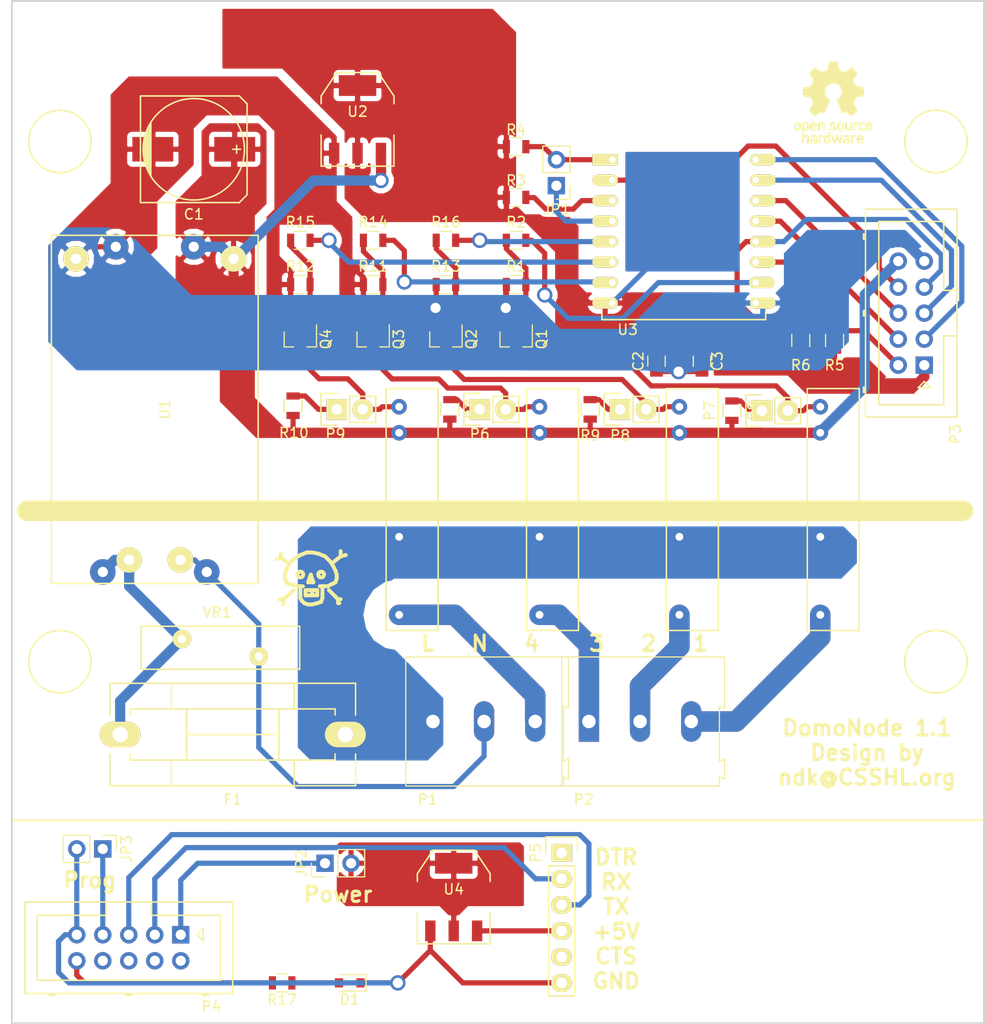
<source format=kicad_pcb>
(kicad_pcb (version 4) (host pcbnew 4.0.5+dfsg1-4)
  (layers (0 F.Cu signal) (31 B.Cu signal) (34 B.Paste user) (35 F.Paste user) (36 B.SilkS user) (37 F.SilkS user) (38 B.Mask user) (39 F.Mask user) (44 Edge.Cuts user))
  (net 0 "")
  (net 1 +5V)
  (net 2 GND)
  (net 3 +3V3)
  (net 4 "Net-(F1-Pad2)")
  (net 5 "Net-(Q1-Pad1)")
  (net 6 "Net-(R3-Pad2)")
  (net 7 RL3P)
  (net 8 RL2P)
  (net 9 RL1P)
  (net 10 RL4P)
  (net 11 "Net-(Q2-Pad1)")
  (net 12 "Net-(Q3-Pad1)")
  (net 13 "Net-(Q4-Pad1)")
  (net 14 /TXD)
  (net 15 /RXD)
  (net 16 /SDA)
  (net 17 /SCL)
  (net 18 /DBG)
  (net 19 /ADC)
  (net 20 /RL1)
  (net 21 /RL3)
  (net 22 /RL2)
  (net 23 /RL4)
  (net 24 /PROG)
  (net 25 /L)
  (net 26 /N)
  (net 27 "Net-(P7-Pad2)")
  (net 28 "Net-(P8-Pad2)")
  (net 29 "Net-(P6-Pad2)")
  (net 30 "Net-(P9-Pad2)")
  (net 31 "Net-(JP1-Pad2)")
  (net 32 "Net-(P6-Pad1)")
  (net 33 "Net-(P7-Pad1)")
  (net 34 "Net-(P8-Pad1)")
  (net 35 "Net-(P9-Pad1)")
  (net 36 "Net-(JP1-Pad1)")
  (net 37 /P_GND)
  (net 38 "Net-(D1-Pad2)")
  (net 39 /P_TXD)
  (net 40 /P_RXD)
  (net 41 /P_PROG)
  (net 42 "Net-(P4-Pad10)")
  (net 43 "Net-(P5-Pad4)")
  (net 44 "Net-(JP2-Pad1)")
  (net 45 "Net-(JP2-Pad2)")
  (module Capacitors_SMD:c_elec_10x10 (layer F.Cu) (at 33.02 34.29)
    (fp_text reference C1 (at 0 6.35) (layer F.SilkS))
    (fp_text value C hide)
    (pad 1 smd rect (at 4.0005 0) (size 4.0005 2.4003) (layers F.Cu F.Paste F.Mask) (net 1 +5V))
    (pad 2 smd rect (at -4.0005 0) (size 4.0005 2.4003) (layers F.Cu F.Paste F.Mask) (net 2 GND))
  )
  (module Connectors_Multicomp:Multicomp_MC9A12-1034_2x05x2.54mm_Straight (layer F.Cu) (at 104.394 55.372 90)
    (fp_text reference P3 (at -6.731 3.048 90) (layer F.SilkS))
    (fp_text value CONN_2x5 hide)
    (pad 1 thru_hole rect (at 0 0 90) (size 1.7 1.7) (drill 1) (layers *.Cu *.Mask) (net 3 +3V3))
    (pad 2 thru_hole circle (at 0 -2.54 90) (size 1.7 1.7) (drill 1) (layers *.Cu *.Mask) (net 18 /DBG))
    (pad 3 thru_hole circle (at 2.54 0 90) (size 1.7 1.7) (drill 1) (layers *.Cu *.Mask) (net 14 /TXD))
    (pad 4 thru_hole circle (at 2.54 -2.54 90) (size 1.7 1.7) (drill 1) (layers *.Cu *.Mask) (net 17 /SCL))
    (pad 5 thru_hole circle (at 5.08 0 90) (size 1.7 1.7) (drill 1) (layers *.Cu *.Mask) (net 15 /RXD))
    (pad 6 thru_hole circle (at 5.08 -2.54 90) (size 1.7 1.7) (drill 1) (layers *.Cu *.Mask) (net 16 /SDA))
    (pad 7 thru_hole circle (at 7.62 0 90) (size 1.7 1.7) (drill 1) (layers *.Cu *.Mask) (net 24 /PROG))
    (pad 8 thru_hole circle (at 7.62 -2.54 90) (size 1.7 1.7) (drill 1) (layers *.Cu *.Mask) (net 19 /ADC))
    (pad 9 thru_hole circle (at 10.16 0 90) (size 1.7 1.7) (drill 1) (layers *.Cu *.Mask) (net 2 GND))
    (pad 10 thru_hole circle (at 10.16 -2.54 90) (size 1.7 1.7) (drill 1) (layers *.Cu *.Mask) (net 1 +5V))
  )
  (module Fuse_Holders_and_Fuses:Fuseholder5x20_horiz_SemiClosed_Casing10x25mm (layer F.Cu) (at 36.83 91.44 180)
    (fp_text reference F1 (at 0 -6.35 180) (layer F.SilkS))
    (fp_text value FUSE hide)
    (pad 2 thru_hole oval (at 11.00074 0 90) (size 2.49936 4.0005) (drill 1.50114) (layers *.Cu *.Mask F.SilkS) (net 4 "Net-(F1-Pad2)"))
    (pad 1 thru_hole oval (at -11.00074 0 90) (size 2.49936 4.0005) (drill 1.50114) (layers *.Cu *.Mask F.SilkS) (net 25 /L))
  )
  (module Varistors:RV_Disc_D15.5_W4.2_P7.5 (layer F.Cu) (at 39.37 83.82 180)
    (fp_text reference VR1 (at 4.064 4.318 180) (layer F.SilkS))
    (fp_text value VR hide)
    (pad 1 thru_hole circle (at 0 0 180) (size 1.8 1.8) (drill 0.8) (layers *.Cu *.Mask F.SilkS) (net 26 /N))
    (pad 2 thru_hole circle (at 7.5 1.7 180) (size 1.8 1.8) (drill 0.8) (layers *.Cu *.Mask F.SilkS) (net 4 "Net-(F1-Pad2)"))
  )
  (module TO_SOT_Packages_SMD:SOT-23 (layer F.Cu) (at 64.516 52.832 270)
    (fp_text reference Q1 (at 0 -2.5 270) (layer F.SilkS))
    (fp_text value 2n7002 hide)
    (pad 1 smd rect (at -1 -0.95 270) (size 0.9 0.8) (layers F.Cu F.Paste F.Mask) (net 5 "Net-(Q1-Pad1)"))
    (pad 2 smd rect (at -1 0.95 270) (size 0.9 0.8) (layers F.Cu F.Paste F.Mask) (net 2 GND))
    (pad 3 smd rect (at 1 0 270) (size 0.9 0.8) (layers F.Cu F.Paste F.Mask) (net 27 "Net-(P7-Pad2)"))
  )
  (module TO_SOT_Packages_SMD:SOT-23 (layer F.Cu) (at 57.658 52.832 270)
    (fp_text reference Q2 (at 0 -2.5 270) (layer F.SilkS))
    (fp_text value 2n7002 hide)
    (pad 1 smd rect (at -1 -0.95 270) (size 0.9 0.8) (layers F.Cu F.Paste F.Mask) (net 11 "Net-(Q2-Pad1)"))
    (pad 2 smd rect (at -1 0.95 270) (size 0.9 0.8) (layers F.Cu F.Paste F.Mask) (net 2 GND))
    (pad 3 smd rect (at 1 0 270) (size 0.9 0.8) (layers F.Cu F.Paste F.Mask) (net 28 "Net-(P8-Pad2)"))
  )
  (module TO_SOT_Packages_SMD:SOT-23 (layer F.Cu) (at 50.546 52.832 270)
    (fp_text reference Q3 (at 0 -2.5 270) (layer F.SilkS))
    (fp_text value 2n7002 hide)
    (pad 1 smd rect (at -1 -0.95 270) (size 0.9 0.8) (layers F.Cu F.Paste F.Mask) (net 12 "Net-(Q3-Pad1)"))
    (pad 2 smd rect (at -1 0.95 270) (size 0.9 0.8) (layers F.Cu F.Paste F.Mask) (net 2 GND))
    (pad 3 smd rect (at 1 0 270) (size 0.9 0.8) (layers F.Cu F.Paste F.Mask) (net 29 "Net-(P6-Pad2)"))
  )
  (module TO_SOT_Packages_SMD:SOT-23 (layer F.Cu) (at 43.434 52.832 270)
    (fp_text reference Q4 (at 0 -2.5 270) (layer F.SilkS))
    (fp_text value 2n7002 hide)
    (pad 1 smd rect (at -1 -0.95 270) (size 0.9 0.8) (layers F.Cu F.Paste F.Mask) (net 13 "Net-(Q4-Pad1)"))
    (pad 2 smd rect (at -1 0.95 270) (size 0.9 0.8) (layers F.Cu F.Paste F.Mask) (net 2 GND))
    (pad 3 smd rect (at 1 0 270) (size 0.9 0.8) (layers F.Cu F.Paste F.Mask) (net 30 "Net-(P9-Pad2)"))
  )
  (module Symbols:OSHW-Logo_7.5x8mm_SilkScreen (layer F.Cu) (at 95.504 29.718)
    (fp_text reference REF*** hide)
    (fp_text value OSHW-Logo_7.5x8mm_SilkScreen hide)
  )
  (module KiCad:Symbol_Danger_F.SilkS_Small (layer F.Cu) (at 44.45 76.2)
    (fp_text reference REF** hide)
    (fp_text value Symbol_Danger_CopperTop_Small hide)
  )
  (module Capacitors_SMD:C_0805 (layer F.Cu) (at 78.232 54.991 270)
    (fp_text reference C2 (at 0 1.778 270) (layer F.SilkS))
    (fp_text value 10u hide)
    (pad 1 smd rect (at -1 0 270) (size 1 1.25) (layers F.Cu F.Paste F.Mask) (net 3 +3V3))
    (pad 2 smd rect (at 1 0 270) (size 1 1.25) (layers F.Cu F.Paste F.Mask) (net 2 GND))
  )
  (module Capacitors_SMD:C_0805 (layer F.Cu) (at 82.677 54.991 270)
    (fp_text reference C3 (at 0 -1.5 270) (layer F.SilkS))
    (fp_text value 100n hide)
    (pad 1 smd rect (at -1 0 270) (size 1 1.25) (layers F.Cu F.Paste F.Mask) (net 3 +3V3))
    (pad 2 smd rect (at 1 0 270) (size 1 1.25) (layers F.Cu F.Paste F.Mask) (net 2 GND))
  )
  (module Resistors_SMD:R_0805 (layer F.Cu) (at 64.516 47.498 180)
    (fp_text reference R1 (at 0 1.778 180) (layer F.SilkS))
    (fp_text value 10k hide)
    (pad 1 smd rect (at -0.95 0 180) (size 0.7 1.3) (layers F.Cu F.Paste F.Mask) (net 5 "Net-(Q1-Pad1)"))
    (pad 2 smd rect (at 0.95 0 180) (size 0.7 1.3) (layers F.Cu F.Paste F.Mask) (net 2 GND))
  )
  (module Resistors_SMD:R_0805 (layer F.Cu) (at 64.516 43.18 180)
    (fp_text reference R2 (at 0 1.778 180) (layer F.SilkS))
    (fp_text value 1k hide)
    (pad 1 smd rect (at -0.95 0 180) (size 0.7 1.3) (layers F.Cu F.Paste F.Mask) (net 20 /RL1))
    (pad 2 smd rect (at 0.95 0 180) (size 0.7 1.3) (layers F.Cu F.Paste F.Mask) (net 5 "Net-(Q1-Pad1)"))
  )
  (module Resistors_SMD:R_0805 (layer F.Cu) (at 64.516 38.989)
    (fp_text reference R3 (at 0 -1.65) (layer F.SilkS))
    (fp_text value 10k hide)
    (pad 1 smd rect (at -0.95 0) (size 0.7 1.3) (layers F.Cu F.Paste F.Mask) (net 3 +3V3))
    (pad 2 smd rect (at 0.95 0) (size 0.7 1.3) (layers F.Cu F.Paste F.Mask) (net 6 "Net-(R3-Pad2)"))
  )
  (module Resistors_SMD:R_0805 (layer F.Cu) (at 64.516 34.036)
    (fp_text reference R4 (at 0 -1.65) (layer F.SilkS))
    (fp_text value 10k hide)
    (pad 1 smd rect (at -0.95 0) (size 0.7 1.3) (layers F.Cu F.Paste F.Mask) (net 3 +3V3))
    (pad 2 smd rect (at 0.95 0) (size 0.7 1.3) (layers F.Cu F.Paste F.Mask) (net 31 "Net-(JP1-Pad2)"))
  )
  (module Resistors_SMD:R_0805 (layer F.Cu) (at 95.631 52.959 90)
    (fp_text reference R5 (at -2.413 0 180) (layer F.SilkS))
    (fp_text value 10k hide)
    (pad 1 smd rect (at -0.95 0 90) (size 0.7 1.3) (layers F.Cu F.Paste F.Mask) (net 3 +3V3))
    (pad 2 smd rect (at 0.95 0 90) (size 0.7 1.3) (layers F.Cu F.Paste F.Mask) (net 18 /DBG))
  )
  (module Resistors_SMD:R_0805 (layer F.Cu) (at 92.329 52.959 90)
    (fp_text reference R6 (at -2.413 0 180) (layer F.SilkS))
    (fp_text value 10k hide)
    (pad 1 smd rect (at -0.95 0 90) (size 0.7 1.3) (layers F.Cu F.Paste F.Mask) (net 3 +3V3))
    (pad 2 smd rect (at 0.95 0 90) (size 0.7 1.3) (layers F.Cu F.Paste F.Mask) (net 24 /PROG))
  )
  (module Resistors_SMD:R_0805 (layer F.Cu) (at 50.546 47.498 180)
    (fp_text reference R11 (at 0 1.778 180) (layer F.SilkS))
    (fp_text value 10k hide)
    (pad 1 smd rect (at -0.95 0 180) (size 0.7 1.3) (layers F.Cu F.Paste F.Mask) (net 12 "Net-(Q3-Pad1)"))
    (pad 2 smd rect (at 0.95 0 180) (size 0.7 1.3) (layers F.Cu F.Paste F.Mask) (net 2 GND))
  )
  (module Resistors_SMD:R_0805 (layer F.Cu) (at 57.658 47.498 180)
    (fp_text reference R13 (at 0 1.778 180) (layer F.SilkS))
    (fp_text value 10k hide)
    (pad 1 smd rect (at -0.95 0 180) (size 0.7 1.3) (layers F.Cu F.Paste F.Mask) (net 11 "Net-(Q2-Pad1)"))
    (pad 2 smd rect (at 0.95 0 180) (size 0.7 1.3) (layers F.Cu F.Paste F.Mask) (net 2 GND))
  )
  (module Resistors_SMD:R_0805 (layer F.Cu) (at 50.546 43.18 180)
    (fp_text reference R14 (at 0 1.778 180) (layer F.SilkS))
    (fp_text value 1k hide)
    (pad 1 smd rect (at -0.95 0 180) (size 0.7 1.3) (layers F.Cu F.Paste F.Mask) (net 21 /RL3))
    (pad 2 smd rect (at 0.95 0 180) (size 0.7 1.3) (layers F.Cu F.Paste F.Mask) (net 12 "Net-(Q3-Pad1)"))
  )
  (module Resistors_SMD:R_0805 (layer F.Cu) (at 57.658 43.18 180)
    (fp_text reference R16 (at 0 1.778 180) (layer F.SilkS))
    (fp_text value 1k hide)
    (pad 1 smd rect (at -0.95 0 180) (size 0.7 1.3) (layers F.Cu F.Paste F.Mask) (net 22 /RL2))
    (pad 2 smd rect (at 0.95 0 180) (size 0.7 1.3) (layers F.Cu F.Paste F.Mask) (net 11 "Net-(Q2-Pad1)"))
  )
  (module Resistors_SMD:R_0805 (layer F.Cu) (at 43.434 47.498 180)
    (fp_text reference R12 (at 0 1.778 180) (layer F.SilkS))
    (fp_text value 10k hide)
    (pad 1 smd rect (at -0.95 0 180) (size 0.7 1.3) (layers F.Cu F.Paste F.Mask) (net 13 "Net-(Q4-Pad1)"))
    (pad 2 smd rect (at 0.95 0 180) (size 0.7 1.3) (layers F.Cu F.Paste F.Mask) (net 2 GND))
  )
  (module Resistors_SMD:R_0805 (layer F.Cu) (at 43.434 43.18 180)
    (fp_text reference R15 (at 0 1.778 180) (layer F.SilkS))
    (fp_text value 1k hide)
    (pad 1 smd rect (at -0.95 0 180) (size 0.7 1.3) (layers F.Cu F.Paste F.Mask) (net 23 /RL4))
    (pad 2 smd rect (at 0.95 0 180) (size 0.7 1.3) (layers F.Cu F.Paste F.Mask) (net 13 "Net-(Q4-Pad1)"))
  )
  (module TO_SOT_Packages_SMD:SOT-223 (layer F.Cu) (at 49.022 31.369)
    (fp_text reference U2 (at 0 -0.762) (layer F.SilkS))
    (fp_text value AMS1117-3.3 hide)
    (pad 4 smd rect (at 0 -3.302) (size 3.6576 2.032) (layers F.Cu F.Paste F.Mask) (net 3 +3V3))
    (pad 2 smd rect (at 0 3.302) (size 1.016 2.032) (layers F.Cu F.Paste F.Mask) (net 3 +3V3))
    (pad 3 smd rect (at 2.286 3.302) (size 1.016 2.032) (layers F.Cu F.Paste F.Mask) (net 1 +5V))
    (pad 1 smd rect (at -2.286 3.302) (size 1.016 2.032) (layers F.Cu F.Paste F.Mask) (net 2 GND))
  )
  (module ESP8266:ESP-12 (layer F.Cu) (at 73.914 35.306)
    (fp_text reference U3 (at 1.5 16.6) (layer F.SilkS))
    (fp_text value ESP-12 hide)
    (pad 1 thru_hole rect (at 0 0) (size 2.5 1.1) (drill 0.65 (offset -0.7 0)) (layers *.Cu *.Mask F.SilkS) (net 31 "Net-(JP1-Pad2)"))
    (pad 2 thru_hole oval (at 0 2) (size 2.5 1.1) (drill 0.65 (offset -0.7 0)) (layers *.Cu *.Mask F.SilkS) (net 19 /ADC))
    (pad 3 thru_hole oval (at 0 4) (size 2.5 1.1) (drill 0.65 (offset -0.7 0)) (layers *.Cu *.Mask F.SilkS) (net 6 "Net-(R3-Pad2)"))
    (pad 4 thru_hole oval (at 0 6) (size 2.5 1.1) (drill 0.65 (offset -0.7 0)) (layers *.Cu *.Mask F.SilkS) (net 36 "Net-(JP1-Pad1)"))
    (pad 5 thru_hole oval (at 0 8) (size 2.5 1.1) (drill 0.65 (offset -0.7 0)) (layers *.Cu *.Mask F.SilkS) (net 22 /RL2))
    (pad 6 thru_hole oval (at 0 10) (size 2.5 1.1) (drill 0.65 (offset -0.7 0)) (layers *.Cu *.Mask F.SilkS) (net 23 /RL4))
    (pad 7 thru_hole oval (at 0 12) (size 2.5 1.1) (drill 0.65 (offset -0.7 0)) (layers *.Cu *.Mask F.SilkS) (net 21 /RL3))
    (pad 8 thru_hole oval (at 0 14) (size 2.5 1.1) (drill 0.65 (offset -0.7 0)) (layers *.Cu *.Mask F.SilkS) (net 3 +3V3))
    (pad 9 thru_hole oval (at 14 14) (size 2.5 1.1) (drill 0.65 (offset 0.7 0)) (layers *.Cu *.Mask F.SilkS) (net 2 GND))
    (pad 10 thru_hole oval (at 14 12) (size 2.5 1.1) (drill 0.65 (offset 0.6 0)) (layers *.Cu *.Mask F.SilkS) (net 20 /RL1))
    (pad 11 thru_hole oval (at 14 10) (size 2.5 1.1) (drill 0.65 (offset 0.7 0)) (layers *.Cu *.Mask F.SilkS) (net 18 /DBG))
    (pad 12 thru_hole oval (at 14 8) (size 2.5 1.1) (drill 0.65 (offset 0.7 0)) (layers *.Cu *.Mask F.SilkS) (net 24 /PROG))
    (pad 13 thru_hole oval (at 14 6) (size 2.5 1.1) (drill 0.65 (offset 0.7 0)) (layers *.Cu *.Mask F.SilkS) (net 17 /SCL))
    (pad 14 thru_hole oval (at 14 4) (size 2.5 1.1) (drill 0.65 (offset 0.7 0)) (layers *.Cu *.Mask F.SilkS) (net 16 /SDA))
    (pad 15 thru_hole oval (at 14 2) (size 2.5 1.1) (drill 0.65 (offset 0.7 0)) (layers *.Cu *.Mask F.SilkS) (net 15 /RXD))
    (pad 16 thru_hole oval (at 14 0) (size 2.5 1.1) (drill 0.65 (offset 0.7 0)) (layers *.Cu *.Mask F.SilkS) (net 14 /TXD))
  )
  (module Connectors_Multicomp:Multicomp_MC9A12-1034_2x05x2.54mm_Straight (layer F.Cu) (at 31.75 110.998 180)
    (fp_text reference P4 (at -3 -7 180) (layer F.SilkS))
    (fp_text value CONN_2x5 hide)
    (pad 1 thru_hole rect (at 0 0 180) (size 1.7 1.7) (drill 1) (layers *.Cu *.Mask) (net 44 "Net-(JP2-Pad1)"))
    (pad 2 thru_hole circle (at 0 -2.54 180) (size 1.7 1.7) (drill 1) (layers *.Cu *.Mask))
    (pad 3 thru_hole circle (at 2.54 0 180) (size 1.7 1.7) (drill 1) (layers *.Cu *.Mask) (net 39 /P_TXD))
    (pad 4 thru_hole circle (at 2.54 -2.54 180) (size 1.7 1.7) (drill 1) (layers *.Cu *.Mask))
    (pad 5 thru_hole circle (at 5.08 0 180) (size 1.7 1.7) (drill 1) (layers *.Cu *.Mask) (net 40 /P_RXD))
    (pad 6 thru_hole circle (at 5.08 -2.54 180) (size 1.7 1.7) (drill 1) (layers *.Cu *.Mask))
    (pad 7 thru_hole circle (at 7.62 0 180) (size 1.7 1.7) (drill 1) (layers *.Cu *.Mask) (net 41 /P_PROG))
    (pad 8 thru_hole circle (at 7.62 -2.54 180) (size 1.7 1.7) (drill 1) (layers *.Cu *.Mask))
    (pad 9 thru_hole circle (at 10.16 0 180) (size 1.7 1.7) (drill 1) (layers *.Cu *.Mask) (net 37 /P_GND))
    (pad 10 thru_hole circle (at 10.16 -2.54 180) (size 1.7 1.7) (drill 1) (layers *.Cu *.Mask) (net 42 "Net-(P4-Pad10)"))
  )
  (module Resistors_SMD:R_0805 (layer F.Cu) (at 58.039 59.69 270)
    (fp_text reference R7 (at 0 -2.1 270) (layer F.SilkS))
    (fp_text value 1k hide)
    (pad 1 smd rect (at -0.95 0 270) (size 0.7 1.3) (layers F.Cu F.Paste F.Mask) (net 32 "Net-(P6-Pad1)"))
    (pad 2 smd rect (at 0.95 0 270) (size 0.7 1.3) (layers F.Cu F.Paste F.Mask) (net 1 +5V))
  )
  (module Resistors_SMD:R_0805 (layer F.Cu) (at 85.598 59.817 270)
    (fp_text reference R8 (at 0 -2.1 270) (layer F.SilkS))
    (fp_text value 1k hide)
    (pad 1 smd rect (at -0.95 0 270) (size 0.7 1.3) (layers F.Cu F.Paste F.Mask) (net 33 "Net-(P7-Pad1)"))
    (pad 2 smd rect (at 0.95 0 270) (size 0.7 1.3) (layers F.Cu F.Paste F.Mask) (net 1 +5V))
  )
  (module Resistors_SMD:R_0805 (layer F.Cu) (at 71.755 59.69 270)
    (fp_text reference R9 (at 2.54 0 360) (layer F.SilkS))
    (fp_text value 1k hide)
    (pad 1 smd rect (at -0.95 0 270) (size 0.7 1.3) (layers F.Cu F.Paste F.Mask) (net 34 "Net-(P8-Pad1)"))
    (pad 2 smd rect (at 0.95 0 270) (size 0.7 1.3) (layers F.Cu F.Paste F.Mask) (net 1 +5V))
  )
  (module Resistors_SMD:R_0805 (layer F.Cu) (at 42.7228 59.3344 270)
    (fp_text reference R10 (at 2.6416 -0.0762 360) (layer F.SilkS))
    (fp_text value 1k hide)
    (pad 1 smd rect (at -0.95 0 270) (size 0.7 1.3) (layers F.Cu F.Paste F.Mask) (net 35 "Net-(P9-Pad1)"))
    (pad 2 smd rect (at 0.95 0 270) (size 0.7 1.3) (layers F.Cu F.Paste F.Mask) (net 1 +5V))
  )
  (module My_Libraries:G3MB (layer F.Cu) (at 94.234 59.436 270)
    (fp_text reference RL1 hide)
    (fp_text value Omron_G3MB-202 hide)
    (pad 4 thru_hole circle (at 0 0 270) (size 1.524 1.524) (drill 0.762) (layers *.Cu *.Mask) (net 27 "Net-(P7-Pad2)"))
    (pad 3 thru_hole circle (at 2.54 0 270) (size 1.524 1.524) (drill 0.762) (layers *.Cu *.Mask) (net 1 +5V))
    (pad 2 thru_hole circle (at 12.7 0 270) (size 1.524 1.524) (drill 0.762) (layers *.Cu *.Mask) (net 25 /L))
    (pad 1 thru_hole circle (at 20.32 0 270) (size 1.524 1.524) (drill 0.762) (layers *.Cu *.Mask) (net 9 RL1P))
  )
  (module My_Libraries:G3MB (layer F.Cu) (at 80.4672 59.436 270)
    (fp_text reference RL2 hide)
    (fp_text value Omron_G3MB-202 hide)
    (pad 4 thru_hole circle (at 0 0 270) (size 1.524 1.524) (drill 0.762) (layers *.Cu *.Mask) (net 28 "Net-(P8-Pad2)"))
    (pad 3 thru_hole circle (at 2.54 0 270) (size 1.524 1.524) (drill 0.762) (layers *.Cu *.Mask) (net 1 +5V))
    (pad 2 thru_hole circle (at 12.7 0 270) (size 1.524 1.524) (drill 0.762) (layers *.Cu *.Mask) (net 25 /L))
    (pad 1 thru_hole circle (at 20.32 0 270) (size 1.524 1.524) (drill 0.762) (layers *.Cu *.Mask) (net 8 RL2P))
  )
  (module My_Libraries:G3MB (layer F.Cu) (at 66.802 59.436 270)
    (fp_text reference RL3 hide)
    (fp_text value Omron_G3MB-202 hide)
    (pad 4 thru_hole circle (at 0 0 270) (size 1.524 1.524) (drill 0.762) (layers *.Cu *.Mask) (net 29 "Net-(P6-Pad2)"))
    (pad 3 thru_hole circle (at 2.54 0 270) (size 1.524 1.524) (drill 0.762) (layers *.Cu *.Mask) (net 1 +5V))
    (pad 2 thru_hole circle (at 12.7 0 270) (size 1.524 1.524) (drill 0.762) (layers *.Cu *.Mask) (net 25 /L))
    (pad 1 thru_hole circle (at 20.32 0 270) (size 1.524 1.524) (drill 0.762) (layers *.Cu *.Mask) (net 7 RL3P))
  )
  (module My_Libraries:G3MB (layer F.Cu) (at 53.086 59.436 270)
    (fp_text reference RL4 hide)
    (fp_text value Omron_G3MB-202 hide)
    (pad 4 thru_hole circle (at 0 0 270) (size 1.524 1.524) (drill 0.762) (layers *.Cu *.Mask) (net 30 "Net-(P9-Pad2)"))
    (pad 3 thru_hole circle (at 2.54 0 270) (size 1.524 1.524) (drill 0.762) (layers *.Cu *.Mask) (net 1 +5V))
    (pad 2 thru_hole circle (at 12.7 0 270) (size 1.524 1.524) (drill 0.762) (layers *.Cu *.Mask) (net 25 /L))
    (pad 1 thru_hole circle (at 20.32 0 270) (size 1.524 1.524) (drill 0.762) (layers *.Cu *.Mask) (net 10 RL4P))
  )
  (module My_Libraries:ACDC-HLK+ND (layer F.Cu) (at 29.21 59.69 90)
    (fp_text reference U1 (at 0 1 90) (layer F.SilkS))
    (fp_text value HLK-PM01)
    (pad 1 thru_hole circle (at -14.7 -2.5 90) (size 2.5 2.5) (drill 1) (layers *.Cu *.Mask F.SilkS) (net 4 "Net-(F1-Pad2)"))
    (pad 2 thru_hole circle (at -14.7 2.5 90) (size 2.5 2.5) (drill 1) (layers *.Cu *.Mask F.SilkS) (net 26 /N))
    (pad 3 thru_hole circle (at 14.7 -7.7 90) (size 2.5 2.5) (drill 1) (layers *.Cu *.Mask F.SilkS) (net 2 GND))
    (pad 4 thru_hole circle (at 14.7 7.7 90) (size 2.5 2.5) (drill 1) (layers *.Cu *.Mask F.SilkS) (net 1 +5V))
    (pad 1 thru_hole circle (at -15.875 -5.08 90) (size 2.5 2.5) (drill 1) (layers *.Cu *.Mask) (net 4 "Net-(F1-Pad2)"))
    (pad 2 thru_hole circle (at -15.875 5.08 90) (size 2.5 2.5) (drill 1) (layers *.Cu *.Mask) (net 26 /N))
    (pad 3 thru_hole circle (at 15.875 -3.81 90) (size 2.5 2.5) (drill 1) (layers *.Cu *.Mask) (net 2 GND))
    (pad 4 thru_hole circle (at 15.875 3.81 90) (size 2.5 2.5) (drill 1) (layers *.Cu *.Mask) (net 1 +5V))
  )
  (module Pin_Headers:Pin_Header_Straight_1x06 (layer F.Cu) (at 68.961 102.997)
    (fp_text reference P5 (at -2.54 0 90) (layer F.SilkS))
    (fp_text value CONN_01X06 hide)
    (pad 1 thru_hole rect (at 0 0) (size 2.032 1.7272) (drill 1.016) (layers *.Cu *.Mask F.SilkS))
    (pad 2 thru_hole oval (at 0 2.54) (size 2.032 1.7272) (drill 1.016) (layers *.Cu *.Mask F.SilkS) (net 39 /P_TXD))
    (pad 3 thru_hole oval (at 0 5.08) (size 2.032 1.7272) (drill 1.016) (layers *.Cu *.Mask F.SilkS) (net 40 /P_RXD))
    (pad 4 thru_hole oval (at 0 7.62) (size 2.032 1.7272) (drill 1.016) (layers *.Cu *.Mask F.SilkS) (net 43 "Net-(P5-Pad4)"))
    (pad 5 thru_hole oval (at 0 10.16) (size 2.032 1.7272) (drill 1.016) (layers *.Cu *.Mask F.SilkS))
    (pad 6 thru_hole oval (at 0 12.7) (size 2.032 1.7272) (drill 1.016) (layers *.Cu *.Mask F.SilkS) (net 37 /P_GND))
  )
  (module Pin_Headers:Pin_Header_Straight_1x02 (layer F.Cu) (at 60.96 59.69 90)
    (fp_text reference P6 (at -2.413 0 180) (layer F.SilkS))
    (fp_text value CONN_01X02 hide)
    (pad 1 thru_hole rect (at 0 0 90) (size 2.032 2.032) (drill 1.016) (layers *.Cu *.Mask F.SilkS) (net 32 "Net-(P6-Pad1)"))
    (pad 2 thru_hole oval (at 0 2.54 90) (size 2.032 2.032) (drill 1.016) (layers *.Cu *.Mask F.SilkS) (net 29 "Net-(P6-Pad2)"))
  )
  (module Pin_Headers:Pin_Header_Straight_1x02 (layer F.Cu) (at 88.519 59.817 90)
    (fp_text reference P7 (at 0 -5.1 90) (layer F.SilkS))
    (fp_text value CONN_01X02 hide)
    (pad 1 thru_hole rect (at 0 0 90) (size 2.032 2.032) (drill 1.016) (layers *.Cu *.Mask F.SilkS) (net 33 "Net-(P7-Pad1)"))
    (pad 2 thru_hole oval (at 0 2.54 90) (size 2.032 2.032) (drill 1.016) (layers *.Cu *.Mask F.SilkS) (net 27 "Net-(P7-Pad2)"))
  )
  (module Pin_Headers:Pin_Header_Straight_1x02 (layer F.Cu) (at 74.676 59.69 90)
    (fp_text reference P8 (at -2.54 0 180) (layer F.SilkS))
    (fp_text value CONN_01X02 hide)
    (pad 1 thru_hole rect (at 0 0 90) (size 2.032 2.032) (drill 1.016) (layers *.Cu *.Mask F.SilkS) (net 34 "Net-(P8-Pad1)"))
    (pad 2 thru_hole oval (at 0 2.54 90) (size 2.032 2.032) (drill 1.016) (layers *.Cu *.Mask F.SilkS) (net 28 "Net-(P8-Pad2)"))
  )
  (module Pin_Headers:Pin_Header_Straight_1x02 (layer F.Cu) (at 46.99 59.69 90)
    (fp_text reference P9 (at -2.413 -0.127 180) (layer F.SilkS))
    (fp_text value CONN_01X02 hide)
    (pad 1 thru_hole rect (at 0 0 90) (size 2.032 2.032) (drill 1.016) (layers *.Cu *.Mask F.SilkS) (net 35 "Net-(P9-Pad1)"))
    (pad 2 thru_hole oval (at 0 2.54 90) (size 2.032 2.032) (drill 1.016) (layers *.Cu *.Mask F.SilkS) (net 30 "Net-(P9-Pad2)"))
  )
  (module "AAA mie lib verificate:Enclosure_DIN_6p_nomargin" (layer F.Cu) (at 15.24 99.822)
    (fp_text reference BOX hide)
    (fp_text value "" (at -0.889 -7.62 90) (layer F.SilkS))
    (pad "" np_thru_hole circle (at 4.699 -66.294) (size 3.2 3.2) (drill 3.2) (layers *.Cu *.Mask))
    (pad "" np_thru_hole circle (at 4.699 -15.494) (size 3.2 3.2) (drill 3.2) (layers *.Cu *.Mask))
    (pad "" np_thru_hole circle (at 90.297 -15.494) (size 3.2 3.2) (drill 3.2) (layers *.Cu *.Mask))
    (pad "" np_thru_hole circle (at 90.297 -66.294) (size 3.2 3.2) (drill 3.2) (layers *.Cu *.Mask))
  )
  (module Diodes_SMD:D_0805 (layer F.Cu) (at 48.26 115.697 180)
    (fp_text reference D1 (at 0 -1.6 180) (layer F.SilkS))
    (fp_text value LED hide)
    (pad 1 smd rect (at -1.05 0 180) (size 0.8 0.9) (layers F.Cu F.Paste F.Mask) (net 37 /P_GND))
    (pad 2 smd rect (at 1.05 0 180) (size 0.8 0.9) (layers F.Cu F.Paste F.Mask) (net 38 "Net-(D1-Pad2)"))
  )
  (module Resistors_SMD:R_0805 (layer F.Cu) (at 41.656 115.697 180)
    (fp_text reference R17 (at 0 -1.65 180) (layer F.SilkS))
    (fp_text value 1k hide)
    (pad 1 smd rect (at -0.95 0 180) (size 0.7 1.3) (layers F.Cu F.Paste F.Mask) (net 38 "Net-(D1-Pad2)"))
    (pad 2 smd rect (at 0.95 0 180) (size 0.7 1.3) (layers F.Cu F.Paste F.Mask) (net 42 "Net-(P4-Pad10)"))
  )
  (module TO_SOT_Packages_SMD:SOT-223 (layer F.Cu) (at 58.42 107.315)
    (fp_text reference U4 (at 0 -0.762) (layer F.SilkS))
    (fp_text value AMS1117-3.3)
    (pad 4 smd rect (at 0 -3.302) (size 3.6576 2.032) (layers F.Cu F.Paste F.Mask) (net 45 "Net-(JP2-Pad2)"))
    (pad 2 smd rect (at 0 3.302) (size 1.016 2.032) (layers F.Cu F.Paste F.Mask) (net 45 "Net-(JP2-Pad2)"))
    (pad 3 smd rect (at 2.286 3.302) (size 1.016 2.032) (layers F.Cu F.Paste F.Mask) (net 43 "Net-(P5-Pad4)"))
    (pad 1 smd rect (at -2.286 3.302) (size 1.016 2.032) (layers F.Cu F.Paste F.Mask) (net 37 /P_GND))
  )
  (module Pin_Headers:Pin_Header_Straight_1x02_Pitch2.54mm (layer F.Cu) (at 45.847 104.013 90)
    (fp_text reference JP2 (at 0 -2.33 90) (layer F.SilkS))
    (fp_text value Jumper hide)
    (pad 1 thru_hole rect (at 0 0 90) (size 1.7 1.7) (drill 1) (layers *.Cu *.Mask) (net 44 "Net-(JP2-Pad1)"))
    (pad 2 thru_hole oval (at 0 2.54 90) (size 1.7 1.7) (drill 1) (layers *.Cu *.Mask) (net 45 "Net-(JP2-Pad2)"))
  )
  (module Pin_Headers:Pin_Header_Straight_1x02_Pitch2.54mm (layer F.Cu) (at 68.453 37.846 180)
    (fp_text reference JP1 (at 0 -2.33 180) (layer F.SilkS))
    (fp_text value JUMPER)
    (pad 1 thru_hole rect (at 0 0 180) (size 1.7 1.7) (drill 1) (layers *.Cu *.Mask) (net 36 "Net-(JP1-Pad1)"))
    (pad 2 thru_hole oval (at 0 2.54 180) (size 1.7 1.7) (drill 1) (layers *.Cu *.Mask) (net 31 "Net-(JP1-Pad2)"))
  )
  (module Pin_Headers:Pin_Header_Straight_1x02_Pitch2.54mm (layer F.Cu) (at 24.13 102.616 270)
    (fp_text reference JP3 (at 0 -2.33 270) (layer F.SilkS))
    (fp_text value Jumper hide)
    (pad 1 thru_hole rect (at 0 0 270) (size 1.7 1.7) (drill 1) (layers *.Cu *.Mask) (net 41 /P_PROG))
    (pad 2 thru_hole oval (at 0 2.54 270) (size 1.7 1.7) (drill 1) (layers *.Cu *.Mask) (net 37 /P_GND))
  )
  (module "AAA mie lib verificate:AK300-3" (layer F.Cu) (at 71.628 90.17)
    (fp_text reference P2 (at -0.508 7.62) (layer F.SilkS))
    (fp_text value CONN_01X03 hide)
    (pad 1 thru_hole rect (at 0 0) (size 1.98 3.96) (drill 1.32) (layers *.Cu *.Paste *.Mask) (net 7 RL3P))
    (pad 2 thru_hole oval (at 5 0) (size 1.98 3.96) (drill 1.32) (layers *.Cu *.Paste *.Mask) (net 8 RL2P))
    (pad 3 thru_hole oval (at 10 0) (size 1.98 3.96) (drill 1.32) (layers *.Cu *.Paste *.Mask) (net 9 RL1P))
  )
  (module "AAA mie lib verificate:AK300-3" (layer F.Cu) (at 56.388 90.17)
    (fp_text reference P1 (at -0.508 7.62) (layer F.SilkS))
    (fp_text value CONN_01X03 hide)
    (pad 1 thru_hole rect (at 0 0) (size 1.98 3.96) (drill 1.32) (layers *.Cu *.Paste *.Mask) (net 25 /L))
    (pad 2 thru_hole oval (at 5 0) (size 1.98 3.96) (drill 1.32) (layers *.Cu *.Paste *.Mask) (net 26 /N))
    (pad 3 thru_hole oval (at 10 0) (size 1.98 3.96) (drill 1.32) (layers *.Cu *.Paste *.Mask) (net 10 RL4P))
  )
  (gr_line (start 110.236 99.822) (end 15.24 99.822) (angle 90) (layer F.SilkS) (width 0.2))
  (gr_text Power (at 47.117 107.061) (layer F.SilkS) (effects (font (size 1.5 1.5) (thickness 0.3))))
  (gr_text Prog (at 22.86 105.664) (layer F.SilkS) (effects (font (size 1.5 1.5) (thickness 0.3))))
  (gr_text "DTR\nRX\nTX\n+5V\nCTS\nGND" (at 74.295 109.474) (layer F.SilkS) (effects (font (size 1.5 1.5) (thickness 0.3))))
  (gr_line (start 15.24 19.812) (end 15.24 119.634) (angle 90) (layer Edge.Cuts) (width 0.15))
  (gr_line (start 110.236 19.812) (end 15.24 19.812) (angle 90) (layer Edge.Cuts) (width 0.15))
  (gr_line (start 110.236 119.634) (end 110.236 19.812) (angle 90) (layer Edge.Cuts) (width 0.15))
  (gr_line (start 15.24 119.634) (end 110.236 119.634) (angle 90) (layer Edge.Cuts) (width 0.15))
  (gr_line (start 110.236 19.812) (end 15.24 19.812) (angle 90) (layer Edge.Cuts) (width 0.15))
  (gr_line (start 110.236 119.634) (end 110.236 19.812) (angle 90) (layer Edge.Cuts) (width 0.15))
  (gr_line (start 15.24 119.634) (end 110.236 119.634) (angle 90) (layer Edge.Cuts) (width 0.15))
  (gr_line (start 15.24 19.812) (end 15.24 119.634) (angle 90) (layer Edge.Cuts) (width 0.15))
  (gr_text "DomoNode 1.1\nDesign by\nndk@CSSHL.org" (at 98.806 93.218) (layer F.SilkS) (effects (font (size 1.5 1.5) (thickness 0.3))))
  (gr_line (start 16.764 69.596) (end 108.204 69.596) (angle 90) (layer F.SilkS) (width 2))
  (gr_text 1 (at 82.55 82.55) (layer F.SilkS) (effects (font (size 1.5 1.5) (thickness 0.3))))
  (gr_text 2 (at 77.47 82.55) (layer F.SilkS) (effects (font (size 1.5 1.5) (thickness 0.3))))
  (gr_text 3 (at 72.39 82.55) (layer F.SilkS) (effects (font (size 1.5 1.5) (thickness 0.3))))
  (gr_text 4 (at 66.04 82.55) (layer F.SilkS) (effects (font (size 1.5 1.5) (thickness 0.3))))
  (gr_text L (at 55.88 82.55) (layer F.SilkS) (effects (font (size 1.5 1.5) (thickness 0.3))))
  (gr_text N (at 60.96 82.55) (layer F.SilkS) (effects (font (size 1.5 1.5) (thickness 0.3))))
  (segment (start 85.598 60.767) (end 85.598 61.976) (width 0.508) (layer F.Cu) (net 1))
  (segment (start 58.039 60.64) (end 58.039 61.976) (width 0.508) (layer F.Cu) (net 1))
  (segment (start 71.755 60.64) (end 71.755 61.976) (width 0.508) (layer F.Cu) (net 1))
  (segment (start 42.7228 60.2844) (end 42.7228 61.5696) (width 0.508) (layer F.Cu) (net 1))
  (segment (start 42.7228 61.5696) (end 42.3164 61.976) (width 0.508) (layer F.Cu) (net 1))
  (segment (start 53.086 61.976) (end 42.3164 61.976) (width 1) (layer F.Cu) (net 1))
  (segment (start 42.3164 61.976) (end 40.5892 61.976) (width 1) (layer F.Cu) (net 1))
  (segment (start 36.91 58.2968) (end 36.91 44.99) (width 1) (layer F.Cu) (net 1))
  (segment (start 40.5892 61.976) (end 36.91 58.2968) (width 1) (layer F.Cu) (net 1))
  (segment (start 94.234 61.976) (end 94.234 61.8744) (width 0.508) (layer B.Cu) (net 1))
  (segment (start 94.234 61.8744) (end 98.579 57.5294) (width 1) (layer B.Cu) (net 1))
  (segment (start 53.086 61.976) (end 54.8132 61.976) (width 1) (layer F.Cu) (net 1))
  (segment (start 54.8132 61.976) (end 58.039 61.976) (width 1) (layer F.Cu) (net 1))
  (segment (start 58.039 61.976) (end 66.802 61.976) (width 1) (layer F.Cu) (net 1))
  (segment (start 51.322 34.392) (end 51.322 37.338) (width 1) (layer F.Cu) (net 1))
  (segment (start 44.704 37.338) (end 37.052 44.99) (width 1) (layer B.Cu) (net 1))
  (segment (start 51.308 37.338) (end 44.704 37.338) (width 1) (layer B.Cu) (net 1))
  (via (at 51.308 37.338) (size 1.5) (drill 1) (layers F.Cu B.Cu) (net 1))
  (segment (start 51.322 37.338) (end 51.308 37.338) (width 0.508) (layer F.Cu) (net 1))
  (segment (start 37.052 44.99) (end 36.91 44.99) (width 0.508) (layer B.Cu) (net 1))
  (segment (start 37.56 44.99) (end 36.91 44.99) (width 0.508) (layer B.Cu) (net 1))
  (segment (start 36.91 44.99) (end 36.91 34.4005) (width 0.508) (layer F.Cu) (net 1))
  (segment (start 36.91 34.4005) (end 37.0205 34.29) (width 0.508) (layer F.Cu) (net 1))
  (segment (start 33.02 43.815) (end 35.735 43.815) (width 1) (layer B.Cu) (net 1))
  (segment (start 35.735 43.815) (end 36.91 44.99) (width 1) (layer B.Cu) (net 1))
  (segment (start 36.91 44.99) (end 37.37 44.99) (width 0.508) (layer B.Cu) (net 1))
  (segment (start 80.4672 61.976) (end 85.598 61.976) (width 1) (layer F.Cu) (net 1))
  (segment (start 85.598 61.976) (end 94.234 61.976) (width 1) (layer F.Cu) (net 1))
  (segment (start 66.802 61.976) (end 71.755 61.976) (width 1) (layer F.Cu) (net 1))
  (segment (start 71.755 61.976) (end 80.4672 61.976) (width 1) (layer F.Cu) (net 1))
  (segment (start 98.579 48.487) (end 101.854 45.212) (width 1) (layer B.Cu) (net 1))
  (segment (start 98.579 57.5294) (end 98.579 48.487) (width 1) (layer B.Cu) (net 1))
  (segment (start 82.677 55.991) (end 80.407 55.991) (width 0.508) (layer F.Cu) (net 2))
  (segment (start 80.407 55.991) (end 80.391 56.007) (width 0.508) (layer F.Cu) (net 2))
  (segment (start 82.661 56.007) (end 82.677 55.991) (width 0.508) (layer F.Cu) (net 2))
  (segment (start 78.232 55.991) (end 80.375 55.991) (width 0.508) (layer F.Cu) (net 2))
  (segment (start 80.375 55.991) (end 80.391 56.007) (width 0.508) (layer F.Cu) (net 2))
  (via (at 80.391 56.007) (size 1.5) (layers F.Cu B.Cu) (net 2))
  (segment (start 89.154 54.61) (end 100.1862 43.5778) (width 0.508) (layer B.Cu) (net 2))
  (segment (start 100.1862 43.5778) (end 102.7598 43.5778) (width 0.508) (layer B.Cu) (net 2))
  (segment (start 102.7598 43.5778) (end 104.394 45.212) (width 1) (layer B.Cu) (net 2))
  (segment (start 80.391 56.007) (end 89.154 54.61) (width 0.508) (layer B.Cu) (net 2))
  (segment (start 56.642 49.784) (end 31.75 49.784) (width 0.508) (layer B.Cu) (net 2))
  (segment (start 31.75 49.784) (end 25.781 43.815) (width 0.508) (layer B.Cu) (net 2))
  (segment (start 25.781 43.815) (end 25.4 43.815) (width 0.508) (layer B.Cu) (net 2))
  (segment (start 48.26 41.402) (end 48.26 45.466) (width 0.508) (layer F.Cu) (net 2))
  (segment (start 48.26 41.402) (end 46.736 39.878) (width 0.508) (layer F.Cu) (net 2))
  (segment (start 46.736 39.878) (end 46.722 39.878) (width 0.508) (layer F.Cu) (net 2))
  (segment (start 49.596 47.498) (end 49.596 46.802) (width 0.508) (layer F.Cu) (net 2))
  (segment (start 49.596 46.802) (end 48.26 45.466) (width 0.508) (layer F.Cu) (net 2))
  (segment (start 46.722 34.392) (end 46.722 33.26) (width 0.508) (layer F.Cu) (net 2))
  (segment (start 29.0195 31.9405) (end 30.48 30.48) (width 0.508) (layer F.Cu) (net 2))
  (segment (start 30.48 30.48) (end 43.942 30.48) (width 0.508) (layer F.Cu) (net 2))
  (segment (start 29.0195 31.9405) (end 29.0195 34.29) (width 0.508) (layer F.Cu) (net 2))
  (segment (start 46.722 33.26) (end 43.942 30.48) (width 0.508) (layer F.Cu) (net 2))
  (segment (start 29.0195 34.29) (end 29.0195 40.1955) (width 0.508) (layer F.Cu) (net 2))
  (segment (start 29.0195 40.1955) (end 25.4 43.815) (width 0.508) (layer F.Cu) (net 2))
  (segment (start 25.4 43.815) (end 22.685 43.815) (width 0.508) (layer F.Cu) (net 2))
  (segment (start 22.685 43.815) (end 21.51 44.99) (width 0.508) (layer F.Cu) (net 2))
  (via (at 56.642 49.784) (size 1.5) (layers F.Cu B.Cu) (net 2))
  (via (at 63.5 49.784) (size 1.5) (layers F.Cu B.Cu) (net 2))
  (segment (start 63.5 51.766) (end 63.566 51.832) (width 0.508) (layer F.Cu) (net 2))
  (segment (start 63.5 49.784) (end 63.5 51.766) (width 0.508) (layer F.Cu) (net 2))
  (segment (start 63.5 49.784) (end 56.642 49.784) (width 0.508) (layer B.Cu) (net 2))
  (segment (start 56.642 49.784) (end 56.708 49.784) (width 0.508) (layer F.Cu) (net 2))
  (segment (start 68.326 54.61) (end 80.391 56.007) (width 0.508) (layer B.Cu) (net 2))
  (segment (start 63.5 49.784) (end 68.326 54.61) (width 0.508) (layer B.Cu) (net 2))
  (segment (start 41.656 39.878) (end 46.722 39.878) (width 0.508) (layer F.Cu) (net 2))
  (segment (start 40.64 40.894) (end 41.656 39.878) (width 0.508) (layer F.Cu) (net 2))
  (segment (start 40.64 44.45) (end 40.64 40.894) (width 0.508) (layer F.Cu) (net 2))
  (segment (start 42.484 46.294) (end 40.64 44.45) (width 0.508) (layer F.Cu) (net 2))
  (segment (start 42.484 47.498) (end 42.484 46.294) (width 0.508) (layer F.Cu) (net 2))
  (segment (start 56.708 47.498) (end 56.642 47.498) (width 0.508) (layer F.Cu) (net 2))
  (segment (start 49.596 47.498) (end 49.596 47.94) (width 0.508) (layer F.Cu) (net 2))
  (segment (start 42.484 47.498) (end 42.484 47.94) (width 0.508) (layer F.Cu) (net 2))
  (segment (start 56.708 47.498) (end 56.708 49.784) (width 0.508) (layer F.Cu) (net 2))
  (segment (start 56.708 49.784) (end 56.708 51.832) (width 0.508) (layer F.Cu) (net 2))
  (segment (start 42.484 47.498) (end 42.484 47.94) (width 0.508) (layer F.Cu) (net 2))
  (segment (start 42.484 47.94) (end 42.484 51.832) (width 0.508) (layer F.Cu) (net 2))
  (segment (start 49.596 47.498) (end 49.596 47.94) (width 0.508) (layer F.Cu) (net 2))
  (segment (start 49.596 47.94) (end 49.596 51.832) (width 0.508) (layer F.Cu) (net 2))
  (segment (start 46.722 39.878) (end 46.736 39.878) (width 0.508) (layer F.Cu) (net 2))
  (segment (start 46.722 34.392) (end 46.722 39.878) (width 0.508) (layer F.Cu) (net 2))
  (segment (start 46.722 39.878) (end 46.736 39.878) (width 0.508) (layer F.Cu) (net 2))
  (segment (start 63.5 49.784) (end 63.5 48.674) (width 0.508) (layer F.Cu) (net 2))
  (segment (start 63.5 48.674) (end 63.5 47.564) (width 0.508) (layer F.Cu) (net 2))
  (segment (start 63.566 48.608) (end 63.566 47.498) (width 0.508) (layer F.Cu) (net 2))
  (segment (start 63.5 48.674) (end 63.566 48.608) (width 0.508) (layer F.Cu) (net 2))
  (segment (start 82.774 49.306) (end 87.914 49.306) (width 0.508) (layer B.Cu) (net 2))
  (segment (start 80.264 51.816) (end 82.774 49.306) (width 0.508) (layer B.Cu) (net 2))
  (segment (start 80.391 56.007) (end 80.264 51.816) (width 0.508) (layer B.Cu) (net 2))
  (segment (start 75.311 49.306) (end 84.104 49.306) (width 1) (layer F.Cu) (net 3))
  (segment (start 87.63 52.832) (end 90.17 55.372) (width 1) (layer F.Cu) (net 3))
  (segment (start 90.17 55.372) (end 92.456 55.372) (width 1) (layer F.Cu) (net 3))
  (segment (start 84.104 49.306) (end 87.63 52.832) (width 1) (layer F.Cu) (net 3))
  (segment (start 73.914 49.306) (end 75.311 49.306) (width 0.508) (layer F.Cu) (net 3))
  (segment (start 75.311 49.306) (end 77.754 49.306) (width 0.508) (layer F.Cu) (net 3))
  (segment (start 104.394 55.372) (end 104.394 56.515) (width 1) (layer F.Cu) (net 3))
  (segment (start 98.552 55.372) (end 95.631 55.372) (width 1) (layer F.Cu) (net 3))
  (segment (start 98.552 55.372) (end 100.33 57.15) (width 1) (layer F.Cu) (net 3))
  (segment (start 103.759 57.15) (end 100.33 57.15) (width 1) (layer F.Cu) (net 3))
  (segment (start 104.394 56.515) (end 103.759 57.15) (width 1) (layer F.Cu) (net 3))
  (segment (start 95.631 53.909) (end 95.631 55.372) (width 0.508) (layer F.Cu) (net 3))
  (segment (start 92.329 53.909) (end 92.329 55.372) (width 0.508) (layer F.Cu) (net 3))
  (segment (start 92.329 55.372) (end 92.456 55.245) (width 0.508) (layer F.Cu) (net 3))
  (segment (start 92.456 55.245) (end 92.456 55.372) (width 0.508) (layer F.Cu) (net 3))
  (segment (start 92.456 55.372) (end 95.631 55.372) (width 1) (layer F.Cu) (net 3))
  (segment (start 69.85 47.498) (end 69.85 45.466) (width 0.508) (layer F.Cu) (net 3))
  (segment (start 69.85 45.466) (end 64.77 40.386) (width 0.508) (layer F.Cu) (net 3))
  (segment (start 63.566 38.989) (end 63.566 40.386) (width 0.508) (layer F.Cu) (net 3))
  (segment (start 63.566 40.386) (end 63.5 40.386) (width 0.508) (layer F.Cu) (net 3))
  (segment (start 63.566 34.036) (end 63.566 38.989) (width 0.508) (layer F.Cu) (net 3))
  (segment (start 73.914 49.306) (end 80.518 42.702) (width 0.508) (layer B.Cu) (net 3))
  (segment (start 80.518 42.702) (end 80.518 42.672) (width 0.508) (layer B.Cu) (net 3))
  (segment (start 49.022 34.392) (end 49.022 39.116) (width 0.508) (layer F.Cu) (net 3))
  (segment (start 50.292 40.386) (end 63.5 40.386) (width 0.508) (layer F.Cu) (net 3))
  (segment (start 49.022 39.116) (end 50.292 40.386) (width 0.508) (layer F.Cu) (net 3))
  (segment (start 64.77 40.386) (end 63.5 40.386) (width 0.508) (layer F.Cu) (net 3))
  (segment (start 73.914 49.306) (end 71.658 49.306) (width 0.508) (layer F.Cu) (net 3))
  (segment (start 69.85 47.498) (end 71.658 49.306) (width 0.508) (layer F.Cu) (net 3))
  (segment (start 73.944 49.276) (end 73.914 49.306) (width 0.508) (layer F.Cu) (net 3))
  (segment (start 49.022 34.392) (end 49.022 28.092) (width 0.508) (layer F.Cu) (net 3))
  (segment (start 25.82926 91.44) (end 25.82926 88.16074) (width 1) (layer B.Cu) (net 4))
  (segment (start 25.82926 88.16074) (end 31.87 82.12) (width 1) (layer B.Cu) (net 4))
  (segment (start 26.71 74.39) (end 26.71 76.96) (width 1) (layer B.Cu) (net 4))
  (segment (start 26.71 76.96) (end 31.87 82.12) (width 1) (layer B.Cu) (net 4))
  (segment (start 26.71 74.39) (end 25.305 74.39) (width 1) (layer B.Cu) (net 4))
  (segment (start 25.305 74.39) (end 24.13 75.565) (width 1) (layer B.Cu) (net 4))
  (segment (start 65.466 45.908) (end 65.466 47.498) (width 0.508) (layer F.Cu) (net 5))
  (segment (start 63.566 44.008) (end 65.466 45.908) (width 0.508) (layer F.Cu) (net 5))
  (segment (start 63.566 43.18) (end 63.566 44.008) (width 0.508) (layer F.Cu) (net 5))
  (segment (start 65.466 47.898) (end 65.466 51.832) (width 0.508) (layer F.Cu) (net 5))
  (segment (start 65.466 47.898) (end 65.466 47.498) (width 0.508) (layer F.Cu) (net 5))
  (segment (start 67.4116 40.132) (end 66.294 39.0144) (width 0.508) (layer F.Cu) (net 6))
  (segment (start 66.294 39.0144) (end 65.4914 39.0144) (width 0.508) (layer F.Cu) (net 6))
  (segment (start 65.4914 39.0144) (end 65.466 38.989) (width 0.508) (layer F.Cu) (net 6))
  (segment (start 70.93 39.306) (end 73.914 39.306) (width 0.508) (layer F.Cu) (net 6))
  (segment (start 70.104 40.132) (end 70.93 39.306) (width 0.508) (layer F.Cu) (net 6))
  (segment (start 67.4116 40.132) (end 70.104 40.132) (width 0.508) (layer F.Cu) (net 6))
  (segment (start 66.802 79.756) (end 68.6816 79.756) (width 2) (layer F.Cu) (net 7))
  (segment (start 68.6816 79.756) (end 71.628 82.7024) (width 2) (layer F.Cu) (net 7))
  (segment (start 71.628 82.7024) (end 71.628 90.17) (width 2) (layer F.Cu) (net 7))
  (segment (start 71.628 90.17) (end 71.628 82.7024) (width 2) (layer B.Cu) (net 7))
  (segment (start 71.628 82.7024) (end 68.6816 79.756) (width 2) (layer B.Cu) (net 7))
  (segment (start 68.6816 79.756) (end 66.802 79.756) (width 2) (layer B.Cu) (net 7))
  (segment (start 80.4672 79.756) (end 80.4672 82.8548) (width 2) (layer B.Cu) (net 8))
  (segment (start 80.4672 82.8548) (end 76.628 86.694) (width 2) (layer B.Cu) (net 8))
  (segment (start 76.628 86.694) (end 76.628 90.17) (width 2) (layer B.Cu) (net 8))
  (segment (start 76.628 90.17) (end 76.628 86.694) (width 2) (layer F.Cu) (net 8))
  (segment (start 76.628 86.694) (end 80.4672 82.8548) (width 2) (layer F.Cu) (net 8))
  (segment (start 80.4672 82.8548) (end 80.4672 79.756) (width 2) (layer F.Cu) (net 8))
  (segment (start 81.628 90.17) (end 86.0044 90.17) (width 2) (layer F.Cu) (net 9))
  (segment (start 86.0044 90.17) (end 94.234 81.9404) (width 2) (layer F.Cu) (net 9))
  (segment (start 94.234 81.9404) (end 94.234 79.756) (width 2) (layer F.Cu) (net 9))
  (segment (start 81.628 90.17) (end 86.0044 90.17) (width 2) (layer B.Cu) (net 9))
  (segment (start 94.234 81.9404) (end 94.234 79.756) (width 2) (layer B.Cu) (net 9))
  (segment (start 86.0044 90.17) (end 94.234 81.9404) (width 2) (layer B.Cu) (net 9))
  (segment (start 53.086 79.756) (end 58.5216 79.756) (width 2) (layer B.Cu) (net 10))
  (segment (start 58.5216 79.756) (end 66.388 87.6224) (width 2) (layer B.Cu) (net 10))
  (segment (start 66.388 87.6224) (end 66.388 90.17) (width 2) (layer B.Cu) (net 10))
  (segment (start 66.388 90.17) (end 66.388 87.6224) (width 2) (layer F.Cu) (net 10))
  (segment (start 66.388 87.6224) (end 58.5216 79.756) (width 2) (layer F.Cu) (net 10))
  (segment (start 58.5216 79.756) (end 53.086 79.756) (width 2) (layer F.Cu) (net 10))
  (segment (start 58.608 45.908) (end 58.608 47.498) (width 0.508) (layer F.Cu) (net 11))
  (segment (start 56.708 44.008) (end 58.608 45.908) (width 0.508) (layer F.Cu) (net 11))
  (segment (start 56.708 43.18) (end 56.708 44.008) (width 0.508) (layer F.Cu) (net 11))
  (segment (start 58.608 51.832) (end 58.608 47.498) (width 0.508) (layer F.Cu) (net 11))
  (segment (start 49.596 44.262) (end 49.596 43.18) (width 0.508) (layer F.Cu) (net 12))
  (segment (start 51.496 46.162) (end 49.596 44.262) (width 0.508) (layer F.Cu) (net 12))
  (segment (start 51.496 47.498) (end 51.496 46.162) (width 0.508) (layer F.Cu) (net 12))
  (segment (start 51.496 47.498) (end 51.496 51.832) (width 0.508) (layer F.Cu) (net 12))
  (segment (start 42.484 43.754) (end 42.484 43.18) (width 0.508) (layer F.Cu) (net 13))
  (segment (start 44.384 45.654) (end 42.484 43.754) (width 0.508) (layer F.Cu) (net 13))
  (segment (start 44.384 47.498) (end 44.384 45.654) (width 0.508) (layer F.Cu) (net 13))
  (segment (start 44.384 47.898) (end 44.384 51.832) (width 0.508) (layer F.Cu) (net 13))
  (segment (start 44.384 47.898) (end 44.384 47.498) (width 0.508) (layer F.Cu) (net 13))
  (segment (start 87.914 35.306) (end 99.619681 35.306) (width 0.508) (layer B.Cu) (net 14))
  (segment (start 99.619681 35.306) (end 108.06252 43.748838) (width 0.508) (layer B.Cu) (net 14))
  (segment (start 108.06252 43.748838) (end 108.06252 49.16348) (width 0.508) (layer B.Cu) (net 14))
  (segment (start 108.06252 49.16348) (end 104.394 52.832) (width 0.508) (layer B.Cu) (net 14))
  (segment (start 87.914 37.306) (end 100.194141 37.306) (width 0.508) (layer B.Cu) (net 15))
  (segment (start 100.194141 37.306) (end 107.05451 44.166369) (width 0.508) (layer B.Cu) (net 15))
  (segment (start 107.05451 44.166369) (end 107.05451 47.63149) (width 0.508) (layer B.Cu) (net 15))
  (segment (start 107.05451 47.63149) (end 104.394 50.292) (width 0.508) (layer B.Cu) (net 15))
  (segment (start 87.914 39.306) (end 90.868 39.306) (width 0.508) (layer F.Cu) (net 16))
  (segment (start 90.868 39.306) (end 101.854 50.292) (width 0.508) (layer F.Cu) (net 16))
  (segment (start 87.914 41.306) (end 90.328 41.306) (width 0.508) (layer F.Cu) (net 17))
  (segment (start 90.328 41.306) (end 101.854 52.832) (width 0.508) (layer F.Cu) (net 17))
  (segment (start 95.631 52.009) (end 95.631 48.768) (width 0.508) (layer F.Cu) (net 18))
  (segment (start 92.169 45.306) (end 94.488 47.625) (width 0.508) (layer F.Cu) (net 18))
  (segment (start 92.169 45.306) (end 87.914 45.306) (width 0.508) (layer F.Cu) (net 18))
  (segment (start 95.631 48.768) (end 94.488 47.625) (width 0.508) (layer F.Cu) (net 18))
  (segment (start 95.631 52.009) (end 98.491 52.009) (width 0.508) (layer F.Cu) (net 18))
  (segment (start 98.491 52.009) (end 101.854 55.372) (width 0.508) (layer F.Cu) (net 18))
  (segment (start 89.8918 33.9764) (end 87.1816 33.9764) (width 0.508) (layer F.Cu) (net 19))
  (segment (start 83.852 37.306) (end 73.914 37.306) (width 0.508) (layer F.Cu) (net 19))
  (segment (start 87.1816 33.9764) (end 83.852 37.306) (width 0.508) (layer F.Cu) (net 19))
  (segment (start 99.9927 45.8907) (end 101.854 47.752) (width 0.508) (layer F.Cu) (net 19))
  (segment (start 99.9927 44.0773) (end 99.9927 45.8907) (width 0.508) (layer F.Cu) (net 19))
  (segment (start 89.8918 33.9764) (end 99.9927 44.0773) (width 0.508) (layer F.Cu) (net 19))
  (segment (start 67.31 44.45) (end 67.31 48.514) (width 0.508) (layer F.Cu) (net 20))
  (via (at 67.31 48.514) (size 1.5) (drill 1) (layers F.Cu B.Cu) (net 20))
  (segment (start 69.596 50.8) (end 67.31 48.514) (width 0.508) (layer B.Cu) (net 20))
  (segment (start 66.04 43.18) (end 67.31 44.45) (width 0.508) (layer F.Cu) (net 20))
  (segment (start 65.466 43.18) (end 66.04 43.18) (width 0.508) (layer F.Cu) (net 20))
  (segment (start 70.612 50.8) (end 74.93 50.8) (width 0.508) (layer B.Cu) (net 20))
  (segment (start 74.93 50.8) (end 78.424 47.306) (width 0.508) (layer B.Cu) (net 20))
  (segment (start 78.424 47.306) (end 87.914 47.306) (width 0.508) (layer B.Cu) (net 20))
  (segment (start 70.612 50.8) (end 69.596 50.8) (width 0.508) (layer B.Cu) (net 20))
  (segment (start 51.496 43.18) (end 52.578 43.18) (width 0.508) (layer F.Cu) (net 21))
  (segment (start 53.594 44.196) (end 53.594 47.244) (width 0.508) (layer F.Cu) (net 21))
  (segment (start 52.578 43.18) (end 53.594 44.196) (width 0.508) (layer F.Cu) (net 21))
  (via (at 53.594 47.244) (size 1.5) (layers F.Cu B.Cu) (net 21))
  (segment (start 73.852 47.244) (end 73.914 47.306) (width 0.508) (layer B.Cu) (net 21))
  (segment (start 53.594 47.244) (end 73.852 47.244) (width 0.508) (layer B.Cu) (net 21))
  (segment (start 58.608 43.18) (end 60.96 43.18) (width 0.508) (layer F.Cu) (net 22))
  (segment (start 61.086 43.306) (end 73.914 43.306) (width 0.508) (layer B.Cu) (net 22))
  (segment (start 60.96 43.18) (end 61.086 43.306) (width 0.508) (layer B.Cu) (net 22))
  (via (at 60.96 43.18) (size 1.5) (drill 1) (layers F.Cu B.Cu) (net 22))
  (via (at 46.228 43.18) (size 1.5) (layers F.Cu B.Cu) (net 23))
  (segment (start 44.384 43.18) (end 46.228 43.18) (width 0.508) (layer F.Cu) (net 23))
  (segment (start 48.166 45.306) (end 73.914 45.306) (width 0.508) (layer B.Cu) (net 23))
  (segment (start 46.228 43.368) (end 48.166 45.306) (width 0.508) (layer B.Cu) (net 23))
  (segment (start 46.228 43.18) (end 46.228 43.368) (width 0.508) (layer B.Cu) (net 23))
  (segment (start 92.329 52.009) (end 88.966 52.009) (width 0.508) (layer F.Cu) (net 24))
  (segment (start 88.966 52.009) (end 86.106 49.149) (width 0.508) (layer F.Cu) (net 24))
  (segment (start 87.914 43.306) (end 90.678 43.306) (width 0.508) (layer B.Cu) (net 24))
  (segment (start 106.0465 44.583899) (end 102.610601 41.148) (width 0.508) (layer B.Cu) (net 24))
  (segment (start 104.394 47.752) (end 106.0465 46.0995) (width 0.508) (layer B.Cu) (net 24))
  (segment (start 106.0465 46.0995) (end 106.0465 44.583899) (width 0.508) (layer B.Cu) (net 24))
  (segment (start 102.610601 41.148) (end 92.836 41.148) (width 0.508) (layer B.Cu) (net 24))
  (segment (start 92.836 41.148) (end 90.678 43.306) (width 0.508) (layer B.Cu) (net 24))
  (segment (start 86.106 49.149) (end 86.106 44.196) (width 0.508) (layer F.Cu) (net 24))
  (segment (start 86.996 43.306) (end 87.914 43.306) (width 0.508) (layer F.Cu) (net 24))
  (segment (start 86.106 44.196) (end 86.996 43.306) (width 0.508) (layer F.Cu) (net 24))
  (segment (start 80.4672 72.136) (end 94.234 72.136) (width 2) (layer F.Cu) (net 25))
  (segment (start 66.802 72.136) (end 80.4672 72.136) (width 2) (layer F.Cu) (net 25))
  (segment (start 53.086 72.136) (end 66.802 72.136) (width 2) (layer F.Cu) (net 25))
  (segment (start 47.83074 91.44) (end 47.83074 78.66126) (width 2) (layer F.Cu) (net 25))
  (segment (start 47.83074 78.66126) (end 53.086 72.136) (width 2) (layer F.Cu) (net 25))
  (segment (start 47.83074 91.44) (end 47.83074 78.66126) (width 2) (layer B.Cu) (net 25))
  (segment (start 47.83074 78.66126) (end 53.086 72.136) (width 2) (layer B.Cu) (net 25))
  (segment (start 56.388 90.17) (end 53.34 90.17) (width 2) (layer B.Cu) (net 25))
  (segment (start 52.07 91.44) (end 47.83074 91.44) (width 2) (layer B.Cu) (net 25))
  (segment (start 53.34 90.17) (end 52.07 91.44) (width 2) (layer B.Cu) (net 25))
  (segment (start 53.086 72.136) (end 52.832 72.136) (width 1) (layer B.Cu) (net 25))
  (segment (start 66.802 72.136) (end 53.086 72.136) (width 2) (layer B.Cu) (net 25))
  (segment (start 80.4672 72.136) (end 66.802 72.136) (width 2) (layer B.Cu) (net 25))
  (segment (start 80.4672 72.136) (end 94.234 72.136) (width 2) (layer B.Cu) (net 25))
  (segment (start 52.832 72.136) (end 53.086 72.136) (width 2) (layer B.Cu) (net 25))
  (segment (start 31.71 74.39) (end 33.115 74.39) (width 0.508) (layer B.Cu) (net 26))
  (segment (start 33.115 74.39) (end 34.29 75.565) (width 0.508) (layer B.Cu) (net 26))
  (segment (start 39.37 83.82) (end 39.37 80.645) (width 0.508) (layer B.Cu) (net 26))
  (segment (start 39.37 80.645) (end 34.29 75.565) (width 0.508) (layer B.Cu) (net 26))
  (segment (start 61.388 90.17) (end 61.388 93.552) (width 0.508) (layer B.Cu) (net 26))
  (segment (start 39.37 92.71) (end 39.37 83.82) (width 0.508) (layer B.Cu) (net 26))
  (segment (start 43.18 96.52) (end 39.37 92.71) (width 0.508) (layer B.Cu) (net 26))
  (segment (start 58.42 96.52) (end 43.18 96.52) (width 0.508) (layer B.Cu) (net 26))
  (segment (start 61.388 93.552) (end 58.42 96.52) (width 0.508) (layer B.Cu) (net 26))
  (segment (start 91.059 59.817) (end 91.059 58.539002) (width 0.508) (layer F.Cu) (net 27))
  (segment (start 92.583 59.817) (end 92.964 59.436) (width 0.508) (layer F.Cu) (net 27))
  (segment (start 92.964 59.436) (end 94.234 59.436) (width 0.508) (layer F.Cu) (net 27))
  (segment (start 91.059 59.817) (end 92.583 59.817) (width 0.508) (layer F.Cu) (net 27))
  (segment (start 91.059 58.539002) (end 89.916 57.396002) (width 0.508) (layer F.Cu) (net 27))
  (segment (start 89.916 57.396002) (end 77.716002 57.396002) (width 0.508) (layer F.Cu) (net 27))
  (segment (start 77.716002 57.396002) (end 75.946 55.626) (width 0.508) (layer F.Cu) (net 27))
  (segment (start 65.278 55.626) (end 64.516 54.864) (width 0.508) (layer F.Cu) (net 27))
  (segment (start 64.516 54.864) (end 64.516 53.832) (width 0.508) (layer F.Cu) (net 27))
  (segment (start 75.946 55.626) (end 65.278 55.626) (width 0.508) (layer F.Cu) (net 27))
  (segment (start 64.532 53.848) (end 64.516 53.832) (width 0.508) (layer F.Cu) (net 27))
  (segment (start 77.216 59.69) (end 78.867 59.69) (width 0.508) (layer F.Cu) (net 28))
  (segment (start 78.867 59.69) (end 79.121 59.436) (width 0.508) (layer F.Cu) (net 28))
  (segment (start 79.121 59.436) (end 80.4672 59.436) (width 0.508) (layer F.Cu) (net 28))
  (segment (start 77.216 59.110976) (end 74.874024 56.769) (width 0.508) (layer F.Cu) (net 28))
  (segment (start 77.216 59.69) (end 77.216 59.110976) (width 0.508) (layer F.Cu) (net 28))
  (segment (start 62.611 56.769) (end 59.436 56.769) (width 0.508) (layer F.Cu) (net 28))
  (segment (start 57.658 54.991) (end 57.658 53.832) (width 0.508) (layer F.Cu) (net 28))
  (segment (start 59.436 56.769) (end 57.658 54.991) (width 0.508) (layer F.Cu) (net 28))
  (segment (start 62.611 56.769) (end 74.874024 56.769) (width 0.508) (layer F.Cu) (net 28))
  (segment (start 80.4672 59.436) (end 80.7212 59.436) (width 0.508) (layer F.Cu) (net 28))
  (segment (start 56.9468 56.7182) (end 52.4002 56.7182) (width 0.508) (layer F.Cu) (net 29))
  (segment (start 50.546 54.864) (end 50.546 53.832) (width 0.508) (layer F.Cu) (net 29))
  (segment (start 52.4002 56.7182) (end 50.546 54.864) (width 0.508) (layer F.Cu) (net 29))
  (segment (start 63.5 59.69) (end 65.278 59.69) (width 0.508) (layer F.Cu) (net 29))
  (segment (start 65.532 59.436) (end 66.802 59.436) (width 0.508) (layer F.Cu) (net 29))
  (segment (start 65.278 59.69) (end 65.532 59.436) (width 0.508) (layer F.Cu) (net 29))
  (segment (start 63.5 58.1152) (end 63.5 59.69) (width 0.508) (layer F.Cu) (net 29))
  (segment (start 62.992 57.6072) (end 63.5 58.1152) (width 0.508) (layer F.Cu) (net 29))
  (segment (start 57.8358 57.6072) (end 62.992 57.6072) (width 0.508) (layer F.Cu) (net 29))
  (segment (start 56.9468 56.7182) (end 57.8358 57.6072) (width 0.508) (layer F.Cu) (net 29))
  (segment (start 48.0695 56.7055) (end 45.2755 56.7055) (width 0.508) (layer F.Cu) (net 30))
  (segment (start 43.434 54.864) (end 43.434 53.832) (width 0.508) (layer F.Cu) (net 30))
  (segment (start 45.2755 56.7055) (end 43.434 54.864) (width 0.508) (layer F.Cu) (net 30))
  (segment (start 49.53 58.166) (end 49.53 59.69) (width 0.508) (layer F.Cu) (net 30))
  (segment (start 48.0695 56.7055) (end 49.53 58.166) (width 0.508) (layer F.Cu) (net 30))
  (segment (start 49.53 59.69) (end 51.181 59.69) (width 0.508) (layer F.Cu) (net 30))
  (segment (start 51.181 59.69) (end 51.435 59.436) (width 0.508) (layer F.Cu) (net 30))
  (segment (start 51.435 59.436) (end 53.086 59.436) (width 0.508) (layer F.Cu) (net 30))
  (segment (start 43.434 53.832) (end 43.434 53.77) (width 0.508) (layer F.Cu) (net 30))
  (segment (start 65.466 34.036) (end 67.183 34.036) (width 0.508) (layer F.Cu) (net 31))
  (segment (start 67.183 34.036) (end 68.453 35.306) (width 0.508) (layer F.Cu) (net 31))
  (segment (start 68.453 35.306) (end 73.914 35.306) (width 0.508) (layer F.Cu) (net 31))
  (segment (start 58.039 58.74) (end 58.74 58.74) (width 0.508) (layer F.Cu) (net 32))
  (segment (start 59.69 59.69) (end 60.96 59.69) (width 0.508) (layer F.Cu) (net 32))
  (segment (start 58.74 58.74) (end 59.69 59.69) (width 0.508) (layer F.Cu) (net 32))
  (segment (start 85.598 58.867) (end 86.426 58.867) (width 0.508) (layer F.Cu) (net 33))
  (segment (start 86.426 58.867) (end 87.376 59.817) (width 0.508) (layer F.Cu) (net 33))
  (segment (start 87.376 59.817) (end 88.519 59.817) (width 0.508) (layer F.Cu) (net 33))
  (segment (start 71.755 58.74) (end 72.583 58.74) (width 0.508) (layer F.Cu) (net 34))
  (segment (start 72.583 58.74) (end 73.533 59.69) (width 0.508) (layer F.Cu) (net 34))
  (segment (start 73.533 59.69) (end 74.676 59.69) (width 0.508) (layer F.Cu) (net 34))
  (segment (start 42.7228 58.3844) (end 43.9064 58.3844) (width 0.508) (layer F.Cu) (net 35))
  (segment (start 45.212 59.69) (end 46.99 59.69) (width 0.508) (layer F.Cu) (net 35))
  (segment (start 43.9064 58.3844) (end 45.212 59.69) (width 0.508) (layer F.Cu) (net 35))
  (segment (start 73.914 41.306) (end 69.373 41.306) (width 0.508) (layer B.Cu) (net 36))
  (segment (start 68.453 40.386) (end 68.453 37.846) (width 0.508) (layer B.Cu) (net 36))
  (segment (start 69.373 41.306) (end 68.453 40.386) (width 0.508) (layer B.Cu) (net 36))
  (via (at 52.959 115.697) (size 1.5) (drill 1) (layers F.Cu B.Cu) (net 37))
  (segment (start 20.447 110.998) (end 19.812 111.633) (width 0.508) (layer B.Cu) (net 37))
  (segment (start 21.59 110.998) (end 20.447 110.998) (width 0.508) (layer B.Cu) (net 37))
  (segment (start 20.828 115.697) (end 19.812 114.681) (width 0.508) (layer B.Cu) (net 37))
  (segment (start 19.812 114.681) (end 19.812 111.633) (width 0.508) (layer B.Cu) (net 37))
  (segment (start 20.828 115.697) (end 52.959 115.697) (width 0.508) (layer B.Cu) (net 37))
  (segment (start 21.59 102.616) (end 21.59 110.998) (width 0.508) (layer B.Cu) (net 37))
  (segment (start 49.31 115.697) (end 52.959 115.697) (width 0.508) (layer F.Cu) (net 37))
  (segment (start 53.213 115.443) (end 56.134 112.522) (width 0.508) (layer F.Cu) (net 37))
  (segment (start 52.959 115.697) (end 53.213 115.443) (width 0.508) (layer F.Cu) (net 37))
  (segment (start 68.961 115.697) (end 59.309 115.697) (width 0.508) (layer F.Cu) (net 37))
  (segment (start 56.134 112.522) (end 56.134 110.617) (width 0.508) (layer F.Cu) (net 37))
  (segment (start 59.309 115.697) (end 56.134 112.522) (width 0.508) (layer F.Cu) (net 37))
  (segment (start 47.21 115.697) (end 42.606 115.697) (width 0.508) (layer F.Cu) (net 38))
  (segment (start 29.21 110.998) (end 29.21 105.537) (width 0.508) (layer B.Cu) (net 39))
  (segment (start 66.421 105.537) (end 68.961 105.537) (width 0.508) (layer B.Cu) (net 39))
  (segment (start 63.373 102.489) (end 66.421 105.537) (width 0.508) (layer B.Cu) (net 39))
  (segment (start 32.258 102.489) (end 63.373 102.489) (width 0.508) (layer B.Cu) (net 39))
  (segment (start 29.21 105.537) (end 32.258 102.489) (width 0.508) (layer B.Cu) (net 39))
  (segment (start 36.449 101.219) (end 30.861 101.219) (width 0.508) (layer B.Cu) (net 40))
  (segment (start 26.67 105.41) (end 26.67 110.998) (width 0.508) (layer B.Cu) (net 40))
  (segment (start 30.861 101.219) (end 26.67 105.41) (width 0.508) (layer B.Cu) (net 40))
  (segment (start 70.358 108.077) (end 70.739 108.077) (width 0.508) (layer B.Cu) (net 40))
  (segment (start 71.628 102.108) (end 70.739 101.219) (width 0.508) (layer B.Cu) (net 40))
  (segment (start 71.628 107.188) (end 71.628 102.108) (width 0.508) (layer B.Cu) (net 40))
  (segment (start 70.739 108.077) (end 71.628 107.188) (width 0.508) (layer B.Cu) (net 40))
  (segment (start 68.961 108.077) (end 70.358 108.077) (width 0.508) (layer B.Cu) (net 40))
  (segment (start 70.739 101.219) (end 36.449 101.219) (width 0.508) (layer B.Cu) (net 40))
  (segment (start 24.13 102.616) (end 24.13 110.998) (width 0.508) (layer B.Cu) (net 41))
  (segment (start 40.706 115.697) (end 22.352 115.697) (width 0.508) (layer F.Cu) (net 42))
  (segment (start 21.59 114.935) (end 21.59 113.538) (width 0.508) (layer F.Cu) (net 42))
  (segment (start 22.352 115.697) (end 21.59 114.935) (width 0.508) (layer F.Cu) (net 42))
  (segment (start 60.706 110.617) (end 68.961 110.617) (width 0.508) (layer F.Cu) (net 43))
  (segment (start 45.847 104.013) (end 33.401 104.013) (width 0.508) (layer B.Cu) (net 44))
  (segment (start 31.75 105.664) (end 31.75 110.998) (width 0.508) (layer B.Cu) (net 44))
  (segment (start 33.401 104.013) (end 31.75 105.664) (width 0.508) (layer B.Cu) (net 44))
  (segment (start 57.912 104.521) (end 58.42 104.013) (width 0.508) (layer F.Cu) (net 45))
  (segment (start 58.42 104.013) (end 58.42 110.617) (width 0.508) (layer F.Cu) (net 45))
  (zone (net 3) (net_name +3V3) (layer F.Cu) (connect_pads (clearance 0.508)) (min_thickness 0.254) (fill yes (arc_segments 16) (thermal_gap 0.508) (thermal_bridge_width 0.508))
    (polygon (pts (xy 64.516 22.86) (xy 64.516 39.751) (xy 65.405 40.64) (xy 69.469 40.64) (xy 70.612 41.783) (xy 70.612 47.498) (xy 71.374 48.26) (xy 83.82 48.26) (xy 90.17 54.61) (xy 98.806 54.61) (xy 100.838 56.642) (xy 100.311415 56.623415) (xy 100.584 56.896) (xy 103.886 56.896) (xy 103.632 57.15) (xy 104.14 57.15) (xy 104.14 57.404) (xy 103.378 58.166) (xy 92.837 58.166) (xy 91.059 56.388) (xy 77.851 56.388) (xy 76.327 54.864) (xy 69.469 54.864) (xy 68.326 53.721) (xy 68.326 44.323) (xy 65.405 41.402) (xy 50.038 41.402) (xy 47.752 39.116) (xy 47.752 32.512) (xy 41.656 26.416) (xy 35.814 26.416) (xy 35.814 20.574) (xy 62.23 20.574)))
  )
  (zone (net 25) (net_name /L) (layer B.Cu) (connect_pads yes (clearance 0.508)) (min_thickness 0.254) (fill yes (arc_segments 16) (thermal_gap 0.508) (thermal_bridge_width 0.508))
    (polygon (pts (xy 97.8154 72.4154) (xy 97.8154 74.7014) (xy 96.2914 76.2254) (xy 52.5526 76.2254) (xy 52.1462 76.6318) (xy 52.1462 82.6262) (xy 57.404 87.884) (xy 57.404 92.456) (xy 55.88 93.98) (xy 44.45 93.98) (xy 43.18 92.71) (xy 43.18 72.39) (xy 44.45 71.12) (xy 96.52 71.12)))
  )
  (zone (net 3) (net_name +3V3) (layer B.Cu) (connect_pads (clearance 0.508)) (min_thickness 0.254) (fill yes (arc_segments 16) (thermal_gap 0.508) (thermal_bridge_width 0.508))
    (polygon (pts (xy 86.36 46.228) (xy 75.184 46.228) (xy 75.184 34.544) (xy 86.36 34.544)))
  )
  (zone (net 2) (net_name GND) (layer B.Cu) (connect_pads (clearance 0.508)) (min_thickness 0.254) (fill yes (arc_segments 16) (thermal_gap 0.508) (thermal_bridge_width 0.508))
    (polygon (pts (xy 32.766 48.514) (xy 65.532 48.514) (xy 68.834 51.816) (xy 75.438 51.816) (xy 78.994 48.26) (xy 89.916 48.26) (xy 90.678 47.498) (xy 90.678 44.45) (xy 92.964 42.164) (xy 102.616 42.164) (xy 105.41 44.958) (xy 105.41 45.72) (xy 103.378 45.72) (xy 103.378 44.704) (xy 102.616 43.942) (xy 101.092 43.942) (xy 97.028 48.006) (xy 97.028 53.086) (xy 94.234 55.88) (xy 21.59 55.88) (xy 18.796 53.086) (xy 18.796 43.688) (xy 20.574 41.91) (xy 26.162 41.91)))
  )
  (zone (net 2) (net_name GND) (layer F.Cu) (connect_pads (clearance 0.508)) (min_thickness 0.254) (fill yes (arc_segments 16) (thermal_gap 0.508) (thermal_bridge_width 0.508))
    (polygon (pts (xy 46.99 33.02) (xy 46.99 39.37) (xy 48.514 40.894) (xy 48.514 44.958) (xy 50.292 46.736) (xy 50.292 52.832) (xy 49.022 52.832) (xy 47.244 51.054) (xy 47.244 42.418) (xy 46.482 41.656) (xy 41.402 41.656) (xy 41.402 44.704) (xy 43.18 46.482) (xy 43.18 51.054) (xy 43.434 51.308) (xy 43.434 52.832) (xy 41.91 52.832) (xy 40.132 51.054) (xy 40.132 40.894) (xy 40.894 40.132) (xy 40.894 32.512) (xy 39.37 30.988) (xy 34.29 30.988) (xy 33.02 32.258) (xy 33.02 35.814) (xy 29.464 39.37) (xy 29.464 43.942) (xy 25.654 47.752) (xy 20.574 47.752) (xy 18.796 45.974) (xy 18.796 43.688) (xy 24.892 37.592) (xy 24.892 28.956) (xy 26.67 27.178) (xy 41.148 27.178)))
  )
  (zone (net 1) (net_name +5V) (layer F.Cu) (connect_pads (clearance 0.508)) (min_thickness 0.254) (fill yes (arc_segments 16) (thermal_gap 0.508) (thermal_bridge_width 0.508))
    (polygon (pts (xy 40.132 32.512) (xy 40.132 39.624) (xy 38.989 40.767) (xy 38.989 58.547) (xy 42.164 61.722) (xy 42.164 62.484) (xy 39.116 62.484) (xy 35.56 58.928) (xy 35.56 52.07) (xy 31.242 47.752) (xy 31.242 39.37) (xy 33.782 36.83) (xy 33.782 32.512) (xy 34.544 31.75) (xy 39.37 31.75)))
  )
  (zone (net 45) (net_name "Net-(JP2-Pad2)") (layer F.Cu) (connect_pads (clearance 0.508)) (min_thickness 0.254) (fill yes (arc_segments 16) (thermal_gap 0.508) (thermal_bridge_width 0.508))
    (polygon (pts (xy 65.278 102.362) (xy 65.278 108.204) (xy 59.817 108.204) (xy 58.42 109.601) (xy 57.023 108.204) (xy 47.879 108.204) (xy 46.99 107.315) (xy 46.99 102.235) (xy 47.244 101.981) (xy 64.897 101.981)))
  )
)
</source>
